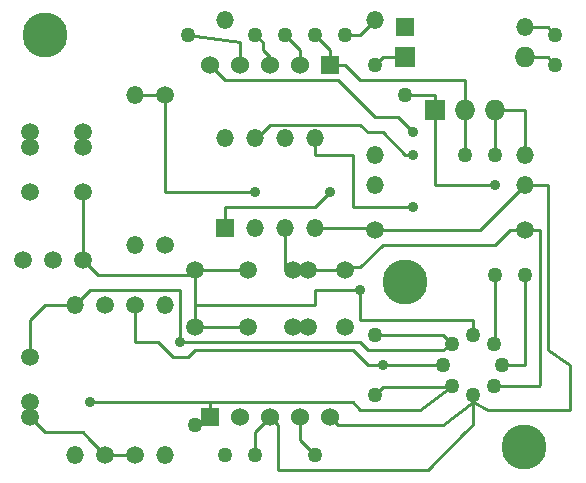
<source format=gbl>
G04 (created by PCBNEW (22-Jun-2014 BZR 4027)-stable) date Sun 17 Dec 2017 11:45:39 PM CST*
%MOIN*%
G04 Gerber Fmt 3.4, Leading zero omitted, Abs format*
%FSLAX34Y34*%
G01*
G70*
G90*
G04 APERTURE LIST*
%ADD10C,0.00590551*%
%ADD11C,0.05*%
%ADD12R,0.069X0.069*%
%ADD13O,0.069X0.069*%
%ADD14C,0.059*%
%ADD15R,0.059X0.059*%
%ADD16O,0.059X0.059*%
%ADD17R,0.06X0.06*%
%ADD18C,0.06*%
%ADD19C,0.15*%
%ADD20C,0.035*%
%ADD21C,0.01*%
G04 APERTURE END LIST*
G54D10*
G54D11*
X87542Y-58542D03*
X88957Y-58542D03*
X89239Y-59250D03*
X88250Y-58260D03*
X88957Y-59957D03*
X88250Y-60239D03*
X87542Y-59957D03*
X87260Y-59250D03*
G54D12*
X87000Y-50750D03*
G54D13*
X88000Y-50750D03*
X89000Y-50750D03*
G54D14*
X75250Y-51500D03*
X75250Y-53500D03*
X75250Y-52000D03*
X73500Y-51500D03*
X73500Y-53500D03*
X73500Y-52000D03*
X73500Y-61000D03*
X73500Y-59000D03*
X73500Y-60500D03*
G54D15*
X80000Y-54700D03*
G54D16*
X81000Y-54700D03*
X82000Y-54700D03*
X83000Y-54700D03*
X83000Y-51700D03*
X82000Y-51700D03*
X80000Y-51700D03*
X81000Y-51700D03*
G54D17*
X79500Y-61000D03*
G54D18*
X80500Y-61000D03*
X81500Y-61000D03*
X82500Y-61000D03*
X83500Y-61000D03*
G54D17*
X83500Y-49250D03*
G54D18*
X82500Y-49250D03*
X81500Y-49250D03*
X80500Y-49250D03*
X79500Y-49250D03*
G54D15*
X86000Y-48000D03*
G54D16*
X90000Y-48000D03*
G54D12*
X86000Y-49000D03*
G54D13*
X90000Y-49000D03*
G54D16*
X85000Y-52250D03*
X90000Y-52250D03*
X85000Y-53250D03*
X90000Y-53250D03*
G54D14*
X90000Y-54750D03*
X85000Y-54750D03*
G54D16*
X85000Y-47750D03*
X80000Y-47750D03*
G54D14*
X78000Y-50250D03*
X78000Y-55250D03*
G54D16*
X77000Y-55250D03*
X77000Y-50250D03*
X78000Y-57250D03*
X78000Y-62250D03*
G54D14*
X77000Y-57250D03*
X77000Y-62250D03*
X76000Y-57250D03*
X76000Y-62250D03*
G54D16*
X75000Y-62250D03*
X75000Y-57250D03*
G54D14*
X75250Y-55750D03*
X73250Y-55750D03*
X74250Y-55750D03*
G54D19*
X74000Y-48250D03*
X86000Y-56500D03*
X89950Y-62000D03*
G54D14*
X82750Y-56100D03*
X80750Y-56100D03*
X82250Y-56100D03*
X79000Y-56100D03*
X84000Y-56100D03*
X82750Y-58000D03*
X80750Y-58000D03*
X82250Y-58000D03*
X79000Y-58000D03*
X84000Y-58000D03*
G54D11*
X91000Y-48250D03*
X91000Y-49250D03*
X85000Y-49250D03*
X84000Y-48250D03*
X83000Y-48250D03*
X82000Y-48250D03*
X81000Y-48250D03*
X78750Y-48250D03*
X89000Y-52250D03*
X88000Y-52250D03*
X86000Y-50250D03*
X79000Y-61250D03*
X80000Y-62250D03*
X81000Y-62250D03*
X83000Y-62250D03*
X90000Y-56250D03*
X89000Y-56250D03*
X85000Y-60250D03*
X85000Y-58250D03*
G54D20*
X84500Y-56750D03*
X75500Y-60500D03*
X86250Y-51500D03*
X89000Y-53250D03*
X83500Y-53500D03*
X81000Y-53500D03*
X78500Y-58500D03*
X86250Y-54000D03*
X85250Y-59250D03*
X86250Y-52250D03*
G54D21*
X80500Y-49250D02*
X80500Y-48500D01*
X80500Y-48500D02*
X78750Y-48250D01*
X88000Y-50750D02*
X88000Y-52250D01*
X83500Y-49250D02*
X83500Y-48750D01*
X83500Y-48750D02*
X83000Y-48250D01*
X88000Y-50750D02*
X88000Y-49750D01*
X84000Y-49250D02*
X83500Y-49250D01*
X84500Y-49750D02*
X84000Y-49250D01*
X86000Y-49750D02*
X84500Y-49750D01*
X88000Y-49750D02*
X86000Y-49750D01*
X88000Y-57750D02*
X88250Y-57750D01*
X88250Y-57750D02*
X88250Y-57950D01*
X88250Y-57950D02*
X88250Y-58260D01*
X87500Y-57750D02*
X88000Y-57750D01*
X88000Y-57750D02*
X88050Y-57750D01*
X83000Y-62250D02*
X82500Y-61750D01*
X82500Y-61750D02*
X82500Y-61000D01*
X85000Y-47750D02*
X84500Y-48250D01*
X84500Y-48250D02*
X84000Y-48250D01*
X79000Y-57250D02*
X83000Y-57250D01*
X83000Y-57250D02*
X83000Y-56750D01*
X83000Y-56750D02*
X84500Y-56750D01*
X79000Y-56100D02*
X79000Y-57250D01*
X79000Y-57250D02*
X79000Y-58000D01*
X75250Y-54500D02*
X75250Y-55750D01*
X75250Y-53500D02*
X75250Y-54500D01*
X75250Y-55750D02*
X75750Y-56250D01*
X79000Y-56100D02*
X78750Y-56250D01*
X78750Y-56250D02*
X75750Y-56250D01*
X80750Y-58000D02*
X79000Y-58000D01*
X79000Y-56100D02*
X80750Y-56100D01*
X84500Y-57750D02*
X84500Y-56750D01*
X87500Y-57750D02*
X84500Y-57750D01*
X84500Y-56750D02*
X84500Y-56750D01*
X84500Y-56750D02*
X84500Y-56750D01*
X84500Y-56750D02*
X84500Y-56750D01*
X82500Y-49250D02*
X82500Y-48750D01*
X82500Y-48750D02*
X82000Y-48250D01*
X81000Y-48250D02*
X81250Y-48500D01*
X81500Y-49000D02*
X81500Y-49250D01*
X81250Y-48750D02*
X81500Y-49000D01*
X81250Y-48500D02*
X81250Y-48750D01*
X86000Y-49000D02*
X85250Y-49000D01*
X85250Y-49000D02*
X85000Y-49250D01*
X84250Y-60500D02*
X79500Y-60500D01*
X85000Y-60250D02*
X85250Y-60000D01*
X87250Y-60000D02*
X87542Y-59957D01*
X85250Y-60000D02*
X87250Y-60000D01*
X87542Y-59957D02*
X86500Y-60750D01*
X84500Y-60750D02*
X84250Y-60500D01*
X86500Y-60750D02*
X84500Y-60750D01*
X79000Y-61250D02*
X79500Y-61000D01*
X75500Y-60500D02*
X79500Y-60500D01*
X79500Y-60500D02*
X79500Y-60500D01*
X79500Y-60500D02*
X79500Y-61000D01*
X88250Y-60500D02*
X88750Y-60750D01*
X88250Y-60500D02*
X87250Y-61250D01*
X83750Y-61250D02*
X83500Y-61000D01*
X87250Y-61250D02*
X83750Y-61250D01*
X86500Y-62750D02*
X86750Y-62750D01*
X88250Y-61250D02*
X88250Y-60500D01*
X88250Y-60500D02*
X88250Y-60239D01*
X88000Y-61500D02*
X88250Y-61250D01*
X86750Y-62750D02*
X88000Y-61500D01*
X81750Y-61500D02*
X81750Y-61250D01*
X86500Y-62750D02*
X81750Y-62750D01*
X81750Y-62750D02*
X81750Y-61500D01*
X81750Y-61250D02*
X81500Y-61000D01*
X81000Y-62250D02*
X81000Y-61500D01*
X81000Y-61500D02*
X81500Y-61000D01*
X90000Y-53250D02*
X88500Y-54750D01*
X88500Y-54750D02*
X85000Y-54750D01*
X83000Y-54700D02*
X84950Y-54700D01*
X84950Y-54700D02*
X85000Y-54750D01*
X75500Y-61750D02*
X75250Y-61500D01*
X75250Y-61500D02*
X74000Y-61500D01*
X83050Y-54750D02*
X83000Y-54700D01*
X90750Y-58750D02*
X90750Y-58750D01*
X88750Y-60750D02*
X91500Y-60750D01*
X91500Y-60750D02*
X91500Y-59250D01*
X91500Y-59250D02*
X90750Y-58750D01*
X91500Y-60750D02*
X91500Y-60750D01*
X88750Y-60750D02*
X88750Y-60750D01*
X73500Y-61000D02*
X73500Y-60500D01*
X73500Y-61000D02*
X74000Y-61500D01*
X75500Y-61750D02*
X76000Y-62250D01*
X77000Y-62250D02*
X76000Y-62250D01*
X90000Y-53250D02*
X89750Y-53250D01*
X90750Y-58750D02*
X90750Y-58750D01*
X90750Y-53250D02*
X90000Y-53250D01*
X90750Y-58750D02*
X90750Y-53250D01*
X89000Y-50750D02*
X89000Y-52250D01*
X80000Y-49750D02*
X79500Y-49250D01*
X83750Y-49750D02*
X80000Y-49750D01*
X85000Y-51000D02*
X83750Y-49750D01*
X85750Y-51000D02*
X85000Y-51000D01*
X86250Y-51500D02*
X85750Y-51000D01*
X89000Y-50750D02*
X90000Y-50750D01*
X90000Y-50750D02*
X90000Y-52250D01*
X89750Y-59250D02*
X89239Y-59250D01*
X89750Y-59250D02*
X90000Y-59250D01*
X90000Y-59050D02*
X90000Y-56250D01*
X90000Y-59250D02*
X90000Y-59050D01*
X89750Y-59250D02*
X89800Y-59250D01*
X87000Y-50750D02*
X87000Y-50250D01*
X86800Y-50250D02*
X86000Y-50250D01*
X87000Y-50250D02*
X86800Y-50250D01*
X87000Y-50750D02*
X87000Y-53250D01*
X87000Y-53250D02*
X89000Y-53250D01*
X80000Y-54700D02*
X80000Y-54000D01*
X83000Y-54000D02*
X83500Y-53500D01*
X82750Y-54000D02*
X83000Y-54000D01*
X80000Y-54000D02*
X82750Y-54000D01*
X78000Y-53500D02*
X78000Y-53050D01*
X78000Y-53500D02*
X78000Y-53500D01*
X78000Y-53050D02*
X78000Y-50250D01*
X81000Y-53500D02*
X78000Y-53500D01*
X77000Y-50250D02*
X78000Y-50250D01*
X88957Y-58542D02*
X89000Y-58250D01*
X89000Y-58250D02*
X89000Y-56250D01*
X90000Y-49000D02*
X90750Y-49000D01*
X90750Y-49000D02*
X91000Y-49250D01*
X90000Y-54750D02*
X89500Y-54750D01*
X89000Y-55250D02*
X85250Y-55250D01*
X89500Y-54750D02*
X89000Y-55250D01*
X90000Y-54750D02*
X90500Y-54750D01*
X90500Y-59914D02*
X90500Y-54750D01*
X82250Y-56100D02*
X82100Y-56100D01*
X82000Y-55250D02*
X82000Y-54700D01*
X82000Y-56000D02*
X82000Y-55250D01*
X82100Y-56100D02*
X82000Y-56000D01*
X82750Y-56100D02*
X82250Y-56100D01*
X84000Y-56100D02*
X82750Y-56100D01*
X85250Y-55250D02*
X84500Y-56000D01*
X84500Y-56000D02*
X84100Y-56000D01*
X84100Y-56000D02*
X84000Y-56100D01*
X88957Y-59957D02*
X89000Y-59957D01*
X89000Y-59957D02*
X90457Y-59957D01*
X90457Y-59957D02*
X90500Y-59914D01*
X85000Y-58250D02*
X87250Y-58250D01*
X87250Y-58250D02*
X87542Y-58542D01*
X87000Y-58750D02*
X87250Y-58750D01*
X87250Y-58750D02*
X87542Y-58542D01*
X73500Y-59000D02*
X73500Y-58000D01*
X74000Y-57250D02*
X75000Y-57250D01*
X73500Y-57750D02*
X74000Y-57250D01*
X73500Y-58000D02*
X73500Y-57750D01*
X75500Y-56750D02*
X75000Y-57250D01*
X78250Y-56750D02*
X75500Y-56750D01*
X78250Y-56750D02*
X78500Y-56750D01*
X78500Y-56750D02*
X78500Y-58500D01*
X75500Y-56750D02*
X75500Y-56750D01*
X75000Y-57250D02*
X75000Y-57250D01*
X84500Y-58500D02*
X83250Y-58500D01*
X78500Y-58500D02*
X78500Y-58500D01*
X83250Y-58500D02*
X78500Y-58500D01*
X84750Y-58750D02*
X84500Y-58500D01*
X87000Y-58750D02*
X84750Y-58750D01*
X84250Y-54000D02*
X86250Y-54000D01*
X84250Y-54000D02*
X84250Y-52250D01*
X83000Y-52250D02*
X84250Y-52250D01*
X83000Y-52250D02*
X83000Y-51700D01*
X87000Y-59250D02*
X87260Y-59250D01*
X84750Y-59250D02*
X84250Y-58750D01*
X77750Y-58500D02*
X77000Y-58500D01*
X78250Y-59000D02*
X77750Y-58500D01*
X78750Y-59000D02*
X78250Y-59000D01*
X79000Y-58750D02*
X78750Y-59000D01*
X84250Y-58750D02*
X79000Y-58750D01*
X77000Y-58500D02*
X77000Y-57250D01*
X85250Y-59250D02*
X87000Y-59250D01*
X87000Y-59250D02*
X87010Y-59250D01*
X84750Y-59250D02*
X85250Y-59250D01*
X84750Y-59250D02*
X84750Y-59250D01*
X90000Y-48000D02*
X90750Y-48000D01*
X90750Y-48000D02*
X91000Y-48250D01*
X84250Y-51250D02*
X84500Y-51250D01*
X84500Y-51250D02*
X84750Y-51500D01*
X86250Y-52250D02*
X86000Y-52250D01*
X86000Y-52250D02*
X85250Y-51500D01*
X84750Y-51500D02*
X85250Y-51500D01*
X84250Y-51250D02*
X81500Y-51250D01*
X81500Y-51250D02*
X81050Y-51700D01*
X81050Y-51700D02*
X81000Y-51700D01*
M02*

</source>
